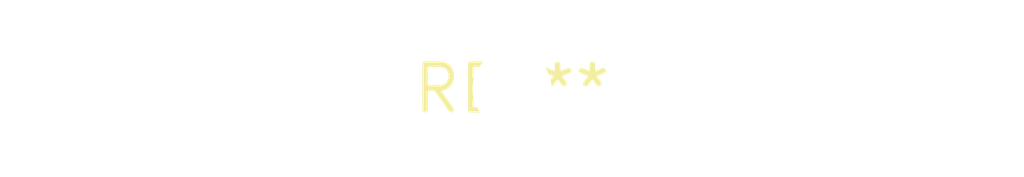
<source format=kicad_pcb>
(kicad_pcb (version 20240108) (generator pcbnew)
  (layers (0 "F.Cu" signal) (31 "B.Cu" signal) (34 "B.Paste" user) (35 "F.Paste" user) (36 "B.SilkS" user "B.Silkscreen") (37 "F.SilkS" user "F.Silkscreen") (38 "B.Mask" user) (39 "F.Mask" user) (44 "Edge.Cuts" user))
  (net 0 "")
  (footprint "MountingHole_2.2mm_M2_Pad" (layer "F.Cu") (at 0 0)
    (property "Reference" "REF**")
    (property "Value" "MountingHole_2.2mm_M2_Pad")
    (pad "1" thru_hole circle (at 0 0) (size 4.4 4.4) (drill 2.2) (layers *.Cu *.Mask) (remove_unused_layers))
  )
)
</source>
